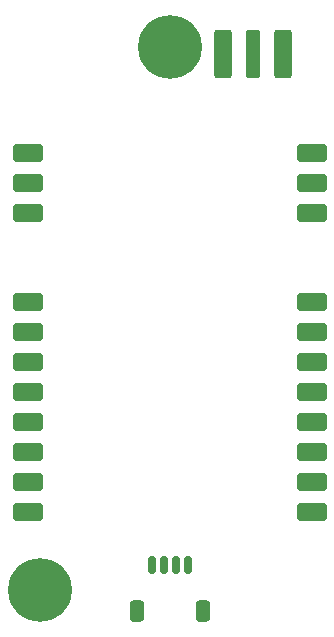
<source format=gbr>
%TF.GenerationSoftware,KiCad,Pcbnew,8.0.5*%
%TF.CreationDate,2024-10-25T02:08:45-07:00*%
%TF.ProjectId,ChungRF,4368756e-6752-4462-9e6b-696361645f70,R3*%
%TF.SameCoordinates,Original*%
%TF.FileFunction,Soldermask,Top*%
%TF.FilePolarity,Negative*%
%FSLAX46Y46*%
G04 Gerber Fmt 4.6, Leading zero omitted, Abs format (unit mm)*
G04 Created by KiCad (PCBNEW 8.0.5) date 2024-10-25 02:08:45*
%MOMM*%
%LPD*%
G01*
G04 APERTURE LIST*
G04 Aperture macros list*
%AMRoundRect*
0 Rectangle with rounded corners*
0 $1 Rounding radius*
0 $2 $3 $4 $5 $6 $7 $8 $9 X,Y pos of 4 corners*
0 Add a 4 corners polygon primitive as box body*
4,1,4,$2,$3,$4,$5,$6,$7,$8,$9,$2,$3,0*
0 Add four circle primitives for the rounded corners*
1,1,$1+$1,$2,$3*
1,1,$1+$1,$4,$5*
1,1,$1+$1,$6,$7*
1,1,$1+$1,$8,$9*
0 Add four rect primitives between the rounded corners*
20,1,$1+$1,$2,$3,$4,$5,0*
20,1,$1+$1,$4,$5,$6,$7,0*
20,1,$1+$1,$6,$7,$8,$9,0*
20,1,$1+$1,$8,$9,$2,$3,0*%
G04 Aperture macros list end*
%ADD10RoundRect,0.150000X-0.150000X-0.625000X0.150000X-0.625000X0.150000X0.625000X-0.150000X0.625000X0*%
%ADD11RoundRect,0.250000X-0.350000X-0.650000X0.350000X-0.650000X0.350000X0.650000X-0.350000X0.650000X0*%
%ADD12RoundRect,0.250000X-1.000000X-0.500000X1.000000X-0.500000X1.000000X0.500000X-1.000000X0.500000X0*%
%ADD13RoundRect,0.250000X1.000000X0.500000X-1.000000X0.500000X-1.000000X-0.500000X1.000000X-0.500000X0*%
%ADD14C,0.800000*%
%ADD15C,5.400000*%
%ADD16RoundRect,0.180000X-0.420000X-1.850000X0.420000X-1.850000X0.420000X1.850000X-0.420000X1.850000X0*%
%ADD17RoundRect,0.228000X-0.532000X-1.802000X0.532000X-1.802000X0.532000X1.802000X-0.532000X1.802000X0*%
G04 APERTURE END LIST*
D10*
%TO.C,J1*%
X164049082Y-108500000D03*
X165049082Y-108500000D03*
X166049082Y-108500000D03*
X167049082Y-108500000D03*
D11*
X162749082Y-112375000D03*
X168349082Y-112375000D03*
%TD*%
D12*
%TO.C,U2*%
X153549082Y-73571410D03*
X153549082Y-76111410D03*
X153549082Y-78651410D03*
D13*
X153549082Y-86221410D03*
X153549082Y-88761410D03*
X153549082Y-91301410D03*
X153549082Y-93841410D03*
X153549082Y-96381410D03*
X153549082Y-98921410D03*
X153549082Y-101461410D03*
X153549082Y-104001410D03*
X177549082Y-104001410D03*
X177549082Y-101461410D03*
X177549082Y-98921410D03*
X177549082Y-96381410D03*
X177549082Y-93841410D03*
X177549082Y-91301410D03*
X177549082Y-88761410D03*
X177549082Y-86221410D03*
D12*
X177549082Y-78651410D03*
X177549082Y-76111410D03*
X177549082Y-73571410D03*
%TD*%
D14*
%TO.C,H1*%
X163524082Y-64650000D03*
X164117191Y-63218109D03*
X164117191Y-66081891D03*
X165549082Y-62625000D03*
D15*
X165549082Y-64650000D03*
D14*
X165549082Y-66675000D03*
X166980973Y-63218109D03*
X166980973Y-66081891D03*
X167574082Y-64650000D03*
%TD*%
%TO.C,H2*%
X152516891Y-110598109D03*
X153110000Y-109166218D03*
X153110000Y-112030000D03*
X154541891Y-108573109D03*
D15*
X154541891Y-110598109D03*
D14*
X154541891Y-112623109D03*
X155973782Y-109166218D03*
X155973782Y-112030000D03*
X156566891Y-110598109D03*
%TD*%
D16*
%TO.C,J2*%
X172564984Y-65250000D03*
D17*
X170024984Y-65250000D03*
X175104984Y-65250000D03*
%TD*%
M02*

</source>
